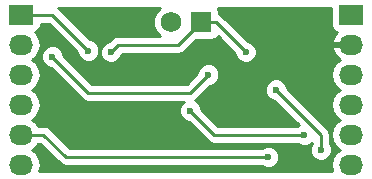
<source format=gbl>
G04 #@! TF.FileFunction,Copper,L2,Bot,Signal*
%FSLAX45Y45*%
G04 Gerber Fmt 4.5, Leading zero omitted, Abs format (unit mm)*
G04 Created by KiCad (PCBNEW 4.0.4-stable) date Sat Oct 29 12:27:33 2016*
%MOMM*%
%LPD*%
G01*
G04 APERTURE LIST*
%ADD10C,0.100000*%
%ADD11R,1.750000X1.750000*%
%ADD12C,1.750000*%
%ADD13R,2.032000X1.727200*%
%ADD14O,2.032000X1.727200*%
%ADD15C,0.600000*%
%ADD16C,0.250000*%
%ADD17C,0.254000*%
G04 APERTURE END LIST*
D10*
D11*
X9842500Y-9207500D03*
D12*
X9592500Y-9207500D03*
D13*
X8318500Y-9144000D03*
D14*
X8318500Y-9398000D03*
X8318500Y-9652000D03*
X8318500Y-9906000D03*
X8318500Y-10160000D03*
X8318500Y-10414000D03*
D13*
X11112500Y-9144000D03*
D14*
X11112500Y-9398000D03*
X11112500Y-9652000D03*
X11112500Y-9906000D03*
X11112500Y-10160000D03*
X11112500Y-10414000D03*
D15*
X8890000Y-9448800D03*
X8585200Y-9499600D03*
X9906000Y-9652000D03*
X10414000Y-10350500D03*
X9207500Y-10033000D03*
X10350500Y-10033000D03*
X9080500Y-9461500D03*
X10223500Y-9461500D03*
X10718800Y-10160000D03*
X9753600Y-9956800D03*
X10858500Y-10287000D03*
X10477500Y-9779000D03*
D16*
X8585200Y-9144000D02*
X8318500Y-9144000D01*
X8890000Y-9448800D02*
X8585200Y-9144000D01*
X8890000Y-9804400D02*
X8585200Y-9499600D01*
X9753600Y-9804400D02*
X8890000Y-9804400D01*
X9906000Y-9652000D02*
X9753600Y-9804400D01*
X8509000Y-10160000D02*
X8318500Y-10160000D01*
X8699500Y-10350500D02*
X8509000Y-10160000D01*
X10414000Y-10350500D02*
X8699500Y-10350500D01*
X9080500Y-9461500D02*
X9144000Y-9398000D01*
X9652000Y-9398000D02*
X9842500Y-9207500D01*
X9144000Y-9398000D02*
X9652000Y-9398000D01*
X10223500Y-9461500D02*
X9969500Y-9207500D01*
X9969500Y-9207500D02*
X9842500Y-9207500D01*
X9956800Y-10160000D02*
X10718800Y-10160000D01*
X9753600Y-9956800D02*
X9956800Y-10160000D01*
X10858500Y-10160000D02*
X10858500Y-10287000D01*
X10477500Y-9779000D02*
X10858500Y-10160000D01*
D17*
G36*
X9464563Y-9121854D02*
X9441526Y-9177333D01*
X9441474Y-9237404D01*
X9464414Y-9292923D01*
X9493440Y-9322000D01*
X9144000Y-9322000D01*
X9114916Y-9327785D01*
X9090260Y-9344260D01*
X9066532Y-9367988D01*
X9061983Y-9367984D01*
X9027606Y-9382188D01*
X9001281Y-9408467D01*
X8987016Y-9442820D01*
X8986984Y-9480017D01*
X9001188Y-9514394D01*
X9027467Y-9540719D01*
X9061820Y-9554984D01*
X9099017Y-9555016D01*
X9133394Y-9540812D01*
X9159719Y-9514533D01*
X9173984Y-9480180D01*
X9173988Y-9475492D01*
X9175480Y-9474000D01*
X9652000Y-9474000D01*
X9681084Y-9468215D01*
X9705740Y-9451740D01*
X9797736Y-9359744D01*
X9930000Y-9359744D01*
X9953532Y-9355316D01*
X9975144Y-9341409D01*
X9983581Y-9329061D01*
X10129988Y-9475468D01*
X10129984Y-9480017D01*
X10144188Y-9514394D01*
X10170467Y-9540719D01*
X10204820Y-9554984D01*
X10242017Y-9555016D01*
X10276394Y-9540812D01*
X10302719Y-9514533D01*
X10316984Y-9480180D01*
X10317016Y-9442983D01*
X10302812Y-9408606D01*
X10276533Y-9382281D01*
X10242180Y-9368016D01*
X10237492Y-9368012D01*
X10023240Y-9153760D01*
X9998584Y-9137285D01*
X9994744Y-9136521D01*
X9994744Y-9120000D01*
X9990316Y-9096468D01*
X9984867Y-9088000D01*
X10946156Y-9088000D01*
X10946156Y-9230360D01*
X10950584Y-9253892D01*
X10964491Y-9275504D01*
X10985711Y-9290003D01*
X10995193Y-9291923D01*
X10977427Y-9307796D01*
X10952029Y-9360521D01*
X10951764Y-9362097D01*
X10963878Y-9385300D01*
X11099800Y-9385300D01*
X11099800Y-9383300D01*
X11125200Y-9383300D01*
X11125200Y-9385300D01*
X11127200Y-9385300D01*
X11127200Y-9410700D01*
X11125200Y-9410700D01*
X11125200Y-9412700D01*
X11099800Y-9412700D01*
X11099800Y-9410700D01*
X10963878Y-9410700D01*
X10951764Y-9433903D01*
X10952029Y-9435479D01*
X10977427Y-9488204D01*
X11019007Y-9525354D01*
X10988059Y-9546033D01*
X10955573Y-9594651D01*
X10944166Y-9652000D01*
X10955573Y-9709349D01*
X10988059Y-9757967D01*
X11019537Y-9779000D01*
X10988059Y-9800033D01*
X10955573Y-9848651D01*
X10944166Y-9906000D01*
X10955573Y-9963349D01*
X10988059Y-10011967D01*
X11019537Y-10033000D01*
X10988059Y-10054033D01*
X10955573Y-10102651D01*
X10944166Y-10160000D01*
X10955573Y-10217349D01*
X10988059Y-10265967D01*
X11019537Y-10287000D01*
X10988059Y-10308033D01*
X10955573Y-10356651D01*
X10944166Y-10414000D01*
X10955305Y-10470000D01*
X8475695Y-10470000D01*
X8486835Y-10414000D01*
X8475427Y-10356651D01*
X8442942Y-10308033D01*
X8411463Y-10287000D01*
X8442942Y-10265967D01*
X8462965Y-10236000D01*
X8477520Y-10236000D01*
X8645760Y-10404240D01*
X8670416Y-10420715D01*
X8699500Y-10426500D01*
X10357754Y-10426500D01*
X10360967Y-10429719D01*
X10395320Y-10443984D01*
X10432517Y-10444016D01*
X10466894Y-10429812D01*
X10493219Y-10403533D01*
X10507484Y-10369180D01*
X10507516Y-10331983D01*
X10493312Y-10297606D01*
X10467033Y-10271281D01*
X10432680Y-10257016D01*
X10395483Y-10256984D01*
X10361106Y-10271188D01*
X10357788Y-10274500D01*
X8730980Y-10274500D01*
X8562740Y-10106260D01*
X8538084Y-10089785D01*
X8509000Y-10084000D01*
X8462965Y-10084000D01*
X8442942Y-10054033D01*
X8411463Y-10033000D01*
X8442942Y-10011967D01*
X8475427Y-9963349D01*
X8486835Y-9906000D01*
X8475427Y-9848651D01*
X8442942Y-9800033D01*
X8411463Y-9779000D01*
X8442942Y-9757967D01*
X8475427Y-9709349D01*
X8486835Y-9652000D01*
X8475427Y-9594651D01*
X8442942Y-9546033D01*
X8411463Y-9525000D01*
X8421765Y-9518117D01*
X8491684Y-9518117D01*
X8505888Y-9552494D01*
X8532167Y-9578819D01*
X8566520Y-9593084D01*
X8571208Y-9593088D01*
X8836260Y-9858140D01*
X8860916Y-9874615D01*
X8890000Y-9880400D01*
X9697789Y-9880400D01*
X9674381Y-9903767D01*
X9660116Y-9938120D01*
X9660084Y-9975317D01*
X9674288Y-10009694D01*
X9700567Y-10036019D01*
X9734920Y-10050284D01*
X9739608Y-10050288D01*
X9903060Y-10213740D01*
X9927716Y-10230215D01*
X9956800Y-10236000D01*
X10662554Y-10236000D01*
X10665767Y-10239219D01*
X10700120Y-10253484D01*
X10737317Y-10253516D01*
X10771694Y-10239312D01*
X10782500Y-10228525D01*
X10782500Y-10230754D01*
X10779281Y-10233967D01*
X10765016Y-10268320D01*
X10764984Y-10305517D01*
X10779188Y-10339894D01*
X10805467Y-10366219D01*
X10839820Y-10380484D01*
X10877017Y-10380516D01*
X10911394Y-10366312D01*
X10937719Y-10340033D01*
X10951984Y-10305680D01*
X10952016Y-10268483D01*
X10937812Y-10234106D01*
X10934500Y-10230788D01*
X10934500Y-10160000D01*
X10928715Y-10130916D01*
X10912240Y-10106260D01*
X10571012Y-9765032D01*
X10571016Y-9760483D01*
X10556812Y-9726106D01*
X10530533Y-9699781D01*
X10496180Y-9685516D01*
X10458983Y-9685484D01*
X10424606Y-9699688D01*
X10398281Y-9725967D01*
X10384016Y-9760320D01*
X10383984Y-9797517D01*
X10398188Y-9831894D01*
X10424467Y-9858219D01*
X10458820Y-9872484D01*
X10463508Y-9872488D01*
X10670012Y-10078992D01*
X10665906Y-10080688D01*
X10662588Y-10084000D01*
X9988280Y-10084000D01*
X9847112Y-9942832D01*
X9847116Y-9938283D01*
X9832912Y-9903906D01*
X9806633Y-9877581D01*
X9789125Y-9870311D01*
X9807340Y-9858140D01*
X9919968Y-9745512D01*
X9924517Y-9745516D01*
X9958894Y-9731312D01*
X9985219Y-9705033D01*
X9999484Y-9670680D01*
X9999516Y-9633483D01*
X9985312Y-9599106D01*
X9959033Y-9572781D01*
X9924680Y-9558516D01*
X9887483Y-9558484D01*
X9853106Y-9572688D01*
X9826781Y-9598967D01*
X9812516Y-9633320D01*
X9812512Y-9638008D01*
X9722120Y-9728400D01*
X8921480Y-9728400D01*
X8678712Y-9485632D01*
X8678716Y-9481083D01*
X8664512Y-9446706D01*
X8638233Y-9420381D01*
X8603880Y-9406116D01*
X8566683Y-9406084D01*
X8532306Y-9420288D01*
X8505981Y-9446567D01*
X8491716Y-9480920D01*
X8491684Y-9518117D01*
X8421765Y-9518117D01*
X8442942Y-9503967D01*
X8475427Y-9455349D01*
X8486835Y-9398000D01*
X8475427Y-9340651D01*
X8442942Y-9292033D01*
X8441509Y-9291076D01*
X8443632Y-9290676D01*
X8465244Y-9276769D01*
X8479743Y-9255549D01*
X8484844Y-9230360D01*
X8484844Y-9220000D01*
X8553720Y-9220000D01*
X8796488Y-9462768D01*
X8796484Y-9467317D01*
X8810688Y-9501694D01*
X8836967Y-9528019D01*
X8871320Y-9542284D01*
X8908517Y-9542316D01*
X8942894Y-9528112D01*
X8969219Y-9501833D01*
X8983484Y-9467480D01*
X8983516Y-9430283D01*
X8969312Y-9395906D01*
X8943033Y-9369581D01*
X8908680Y-9355316D01*
X8903992Y-9355312D01*
X8638940Y-9090260D01*
X8635558Y-9088000D01*
X9498476Y-9088000D01*
X9464563Y-9121854D01*
X9464563Y-9121854D01*
G37*
X9464563Y-9121854D02*
X9441526Y-9177333D01*
X9441474Y-9237404D01*
X9464414Y-9292923D01*
X9493440Y-9322000D01*
X9144000Y-9322000D01*
X9114916Y-9327785D01*
X9090260Y-9344260D01*
X9066532Y-9367988D01*
X9061983Y-9367984D01*
X9027606Y-9382188D01*
X9001281Y-9408467D01*
X8987016Y-9442820D01*
X8986984Y-9480017D01*
X9001188Y-9514394D01*
X9027467Y-9540719D01*
X9061820Y-9554984D01*
X9099017Y-9555016D01*
X9133394Y-9540812D01*
X9159719Y-9514533D01*
X9173984Y-9480180D01*
X9173988Y-9475492D01*
X9175480Y-9474000D01*
X9652000Y-9474000D01*
X9681084Y-9468215D01*
X9705740Y-9451740D01*
X9797736Y-9359744D01*
X9930000Y-9359744D01*
X9953532Y-9355316D01*
X9975144Y-9341409D01*
X9983581Y-9329061D01*
X10129988Y-9475468D01*
X10129984Y-9480017D01*
X10144188Y-9514394D01*
X10170467Y-9540719D01*
X10204820Y-9554984D01*
X10242017Y-9555016D01*
X10276394Y-9540812D01*
X10302719Y-9514533D01*
X10316984Y-9480180D01*
X10317016Y-9442983D01*
X10302812Y-9408606D01*
X10276533Y-9382281D01*
X10242180Y-9368016D01*
X10237492Y-9368012D01*
X10023240Y-9153760D01*
X9998584Y-9137285D01*
X9994744Y-9136521D01*
X9994744Y-9120000D01*
X9990316Y-9096468D01*
X9984867Y-9088000D01*
X10946156Y-9088000D01*
X10946156Y-9230360D01*
X10950584Y-9253892D01*
X10964491Y-9275504D01*
X10985711Y-9290003D01*
X10995193Y-9291923D01*
X10977427Y-9307796D01*
X10952029Y-9360521D01*
X10951764Y-9362097D01*
X10963878Y-9385300D01*
X11099800Y-9385300D01*
X11099800Y-9383300D01*
X11125200Y-9383300D01*
X11125200Y-9385300D01*
X11127200Y-9385300D01*
X11127200Y-9410700D01*
X11125200Y-9410700D01*
X11125200Y-9412700D01*
X11099800Y-9412700D01*
X11099800Y-9410700D01*
X10963878Y-9410700D01*
X10951764Y-9433903D01*
X10952029Y-9435479D01*
X10977427Y-9488204D01*
X11019007Y-9525354D01*
X10988059Y-9546033D01*
X10955573Y-9594651D01*
X10944166Y-9652000D01*
X10955573Y-9709349D01*
X10988059Y-9757967D01*
X11019537Y-9779000D01*
X10988059Y-9800033D01*
X10955573Y-9848651D01*
X10944166Y-9906000D01*
X10955573Y-9963349D01*
X10988059Y-10011967D01*
X11019537Y-10033000D01*
X10988059Y-10054033D01*
X10955573Y-10102651D01*
X10944166Y-10160000D01*
X10955573Y-10217349D01*
X10988059Y-10265967D01*
X11019537Y-10287000D01*
X10988059Y-10308033D01*
X10955573Y-10356651D01*
X10944166Y-10414000D01*
X10955305Y-10470000D01*
X8475695Y-10470000D01*
X8486835Y-10414000D01*
X8475427Y-10356651D01*
X8442942Y-10308033D01*
X8411463Y-10287000D01*
X8442942Y-10265967D01*
X8462965Y-10236000D01*
X8477520Y-10236000D01*
X8645760Y-10404240D01*
X8670416Y-10420715D01*
X8699500Y-10426500D01*
X10357754Y-10426500D01*
X10360967Y-10429719D01*
X10395320Y-10443984D01*
X10432517Y-10444016D01*
X10466894Y-10429812D01*
X10493219Y-10403533D01*
X10507484Y-10369180D01*
X10507516Y-10331983D01*
X10493312Y-10297606D01*
X10467033Y-10271281D01*
X10432680Y-10257016D01*
X10395483Y-10256984D01*
X10361106Y-10271188D01*
X10357788Y-10274500D01*
X8730980Y-10274500D01*
X8562740Y-10106260D01*
X8538084Y-10089785D01*
X8509000Y-10084000D01*
X8462965Y-10084000D01*
X8442942Y-10054033D01*
X8411463Y-10033000D01*
X8442942Y-10011967D01*
X8475427Y-9963349D01*
X8486835Y-9906000D01*
X8475427Y-9848651D01*
X8442942Y-9800033D01*
X8411463Y-9779000D01*
X8442942Y-9757967D01*
X8475427Y-9709349D01*
X8486835Y-9652000D01*
X8475427Y-9594651D01*
X8442942Y-9546033D01*
X8411463Y-9525000D01*
X8421765Y-9518117D01*
X8491684Y-9518117D01*
X8505888Y-9552494D01*
X8532167Y-9578819D01*
X8566520Y-9593084D01*
X8571208Y-9593088D01*
X8836260Y-9858140D01*
X8860916Y-9874615D01*
X8890000Y-9880400D01*
X9697789Y-9880400D01*
X9674381Y-9903767D01*
X9660116Y-9938120D01*
X9660084Y-9975317D01*
X9674288Y-10009694D01*
X9700567Y-10036019D01*
X9734920Y-10050284D01*
X9739608Y-10050288D01*
X9903060Y-10213740D01*
X9927716Y-10230215D01*
X9956800Y-10236000D01*
X10662554Y-10236000D01*
X10665767Y-10239219D01*
X10700120Y-10253484D01*
X10737317Y-10253516D01*
X10771694Y-10239312D01*
X10782500Y-10228525D01*
X10782500Y-10230754D01*
X10779281Y-10233967D01*
X10765016Y-10268320D01*
X10764984Y-10305517D01*
X10779188Y-10339894D01*
X10805467Y-10366219D01*
X10839820Y-10380484D01*
X10877017Y-10380516D01*
X10911394Y-10366312D01*
X10937719Y-10340033D01*
X10951984Y-10305680D01*
X10952016Y-10268483D01*
X10937812Y-10234106D01*
X10934500Y-10230788D01*
X10934500Y-10160000D01*
X10928715Y-10130916D01*
X10912240Y-10106260D01*
X10571012Y-9765032D01*
X10571016Y-9760483D01*
X10556812Y-9726106D01*
X10530533Y-9699781D01*
X10496180Y-9685516D01*
X10458983Y-9685484D01*
X10424606Y-9699688D01*
X10398281Y-9725967D01*
X10384016Y-9760320D01*
X10383984Y-9797517D01*
X10398188Y-9831894D01*
X10424467Y-9858219D01*
X10458820Y-9872484D01*
X10463508Y-9872488D01*
X10670012Y-10078992D01*
X10665906Y-10080688D01*
X10662588Y-10084000D01*
X9988280Y-10084000D01*
X9847112Y-9942832D01*
X9847116Y-9938283D01*
X9832912Y-9903906D01*
X9806633Y-9877581D01*
X9789125Y-9870311D01*
X9807340Y-9858140D01*
X9919968Y-9745512D01*
X9924517Y-9745516D01*
X9958894Y-9731312D01*
X9985219Y-9705033D01*
X9999484Y-9670680D01*
X9999516Y-9633483D01*
X9985312Y-9599106D01*
X9959033Y-9572781D01*
X9924680Y-9558516D01*
X9887483Y-9558484D01*
X9853106Y-9572688D01*
X9826781Y-9598967D01*
X9812516Y-9633320D01*
X9812512Y-9638008D01*
X9722120Y-9728400D01*
X8921480Y-9728400D01*
X8678712Y-9485632D01*
X8678716Y-9481083D01*
X8664512Y-9446706D01*
X8638233Y-9420381D01*
X8603880Y-9406116D01*
X8566683Y-9406084D01*
X8532306Y-9420288D01*
X8505981Y-9446567D01*
X8491716Y-9480920D01*
X8491684Y-9518117D01*
X8421765Y-9518117D01*
X8442942Y-9503967D01*
X8475427Y-9455349D01*
X8486835Y-9398000D01*
X8475427Y-9340651D01*
X8442942Y-9292033D01*
X8441509Y-9291076D01*
X8443632Y-9290676D01*
X8465244Y-9276769D01*
X8479743Y-9255549D01*
X8484844Y-9230360D01*
X8484844Y-9220000D01*
X8553720Y-9220000D01*
X8796488Y-9462768D01*
X8796484Y-9467317D01*
X8810688Y-9501694D01*
X8836967Y-9528019D01*
X8871320Y-9542284D01*
X8908517Y-9542316D01*
X8942894Y-9528112D01*
X8969219Y-9501833D01*
X8983484Y-9467480D01*
X8983516Y-9430283D01*
X8969312Y-9395906D01*
X8943033Y-9369581D01*
X8908680Y-9355316D01*
X8903992Y-9355312D01*
X8638940Y-9090260D01*
X8635558Y-9088000D01*
X9498476Y-9088000D01*
X9464563Y-9121854D01*
M02*

</source>
